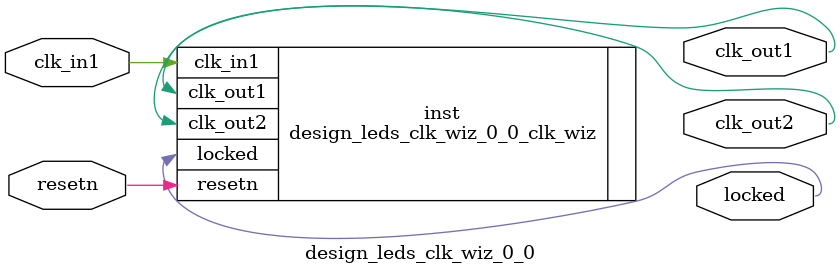
<source format=v>


`timescale 1ps/1ps

(* CORE_GENERATION_INFO = "design_leds_clk_wiz_0_0,clk_wiz_v6_0_11_0_0,{component_name=design_leds_clk_wiz_0_0,use_phase_alignment=false,use_min_o_jitter=false,use_max_i_jitter=false,use_dyn_phase_shift=false,use_inclk_switchover=false,use_dyn_reconfig=false,enable_axi=0,feedback_source=FDBK_AUTO,PRIMITIVE=MMCM,num_out_clk=2,clkin1_period=10.000,clkin2_period=10.000,use_power_down=false,use_reset=true,use_locked=true,use_inclk_stopped=false,feedback_type=SINGLE,CLOCK_MGR_TYPE=NA,manual_override=false}" *)

module design_leds_clk_wiz_0_0 
 (
  // Clock out ports
  output        clk_out1,
  output        clk_out2,
  // Status and control signals
  input         resetn,
  output        locked,
 // Clock in ports
  input         clk_in1
 );

  design_leds_clk_wiz_0_0_clk_wiz inst
  (
  // Clock out ports  
  .clk_out1(clk_out1),
  .clk_out2(clk_out2),
  // Status and control signals               
  .resetn(resetn), 
  .locked(locked),
 // Clock in ports
  .clk_in1(clk_in1)
  );

endmodule

</source>
